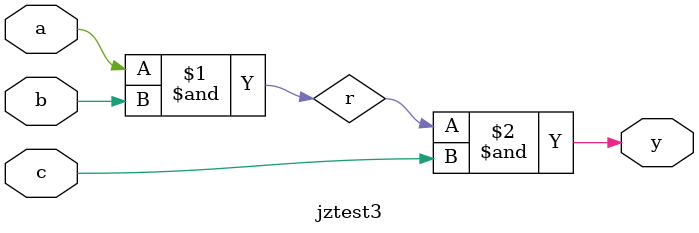
<source format=v>
module jztest3(a,b,c,y);
	input a;
	input b;
	input c;
	output y;

	wire r;

	and i0(r,a,b);
	and i1(y,r,c);
endmodule

</source>
